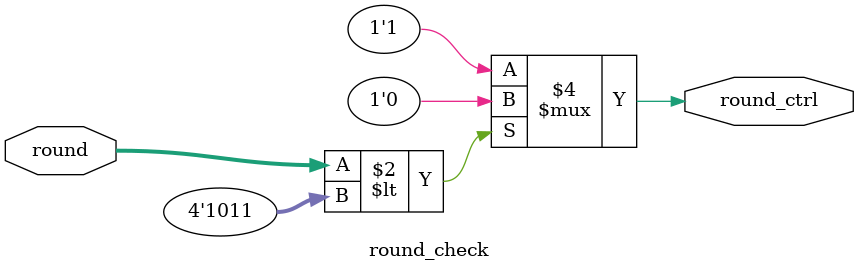
<source format=sv>
module round_check(input [3:0]round,
                   output logic round_ctrl);
				   
				   always@(round)
				   begin
				   if (round < 4'b1011)
				   round_ctrl = 0;
				   else 
				   round_ctrl = 1;
				   end
				   endmodule

</source>
